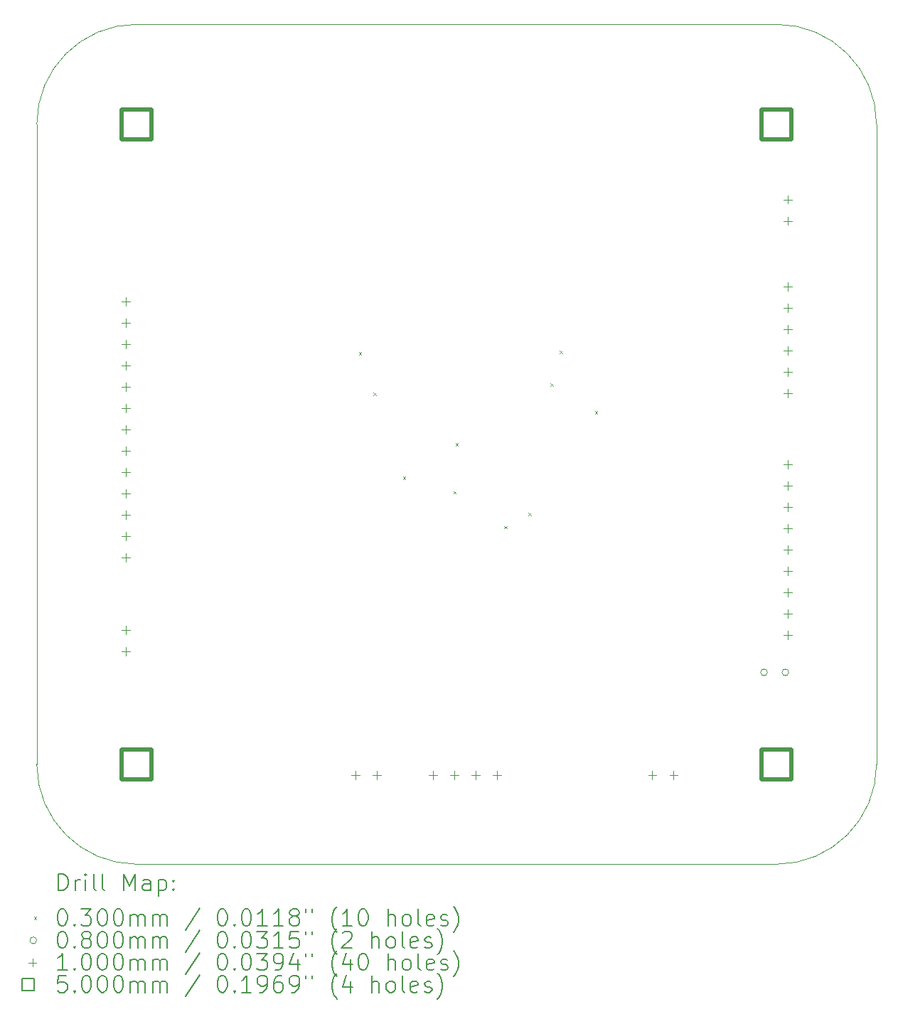
<source format=gbr>
%TF.GenerationSoftware,KiCad,Pcbnew,9.0.0-rc1*%
%TF.CreationDate,2025-01-08T18:27:06+01:00*%
%TF.ProjectId,HBST,48425354-2e6b-4696-9361-645f70636258,rev?*%
%TF.SameCoordinates,Original*%
%TF.FileFunction,Drillmap*%
%TF.FilePolarity,Positive*%
%FSLAX45Y45*%
G04 Gerber Fmt 4.5, Leading zero omitted, Abs format (unit mm)*
G04 Created by KiCad (PCBNEW 9.0.0-rc1) date 2025-01-08 18:27:06*
%MOMM*%
%LPD*%
G01*
G04 APERTURE LIST*
%ADD10C,0.050000*%
%ADD11C,0.200000*%
%ADD12C,0.100000*%
%ADD13C,0.500000*%
G04 APERTURE END LIST*
D10*
X18760000Y-4950000D02*
G75*
G02*
X19950000Y-6140000I0J-1190000D01*
G01*
X18760000Y-4950000D02*
X11140000Y-4950000D01*
X19950000Y-13760000D02*
X19950000Y-6140000D01*
X9950000Y-6140000D02*
G75*
G02*
X11140000Y-4950000I1190000J0D01*
G01*
X9950000Y-6140000D02*
X9950000Y-13760000D01*
X19950000Y-13760000D02*
G75*
G02*
X18760000Y-14950000I-1190000J0D01*
G01*
X11140000Y-14950000D02*
G75*
G02*
X9950000Y-13760000I0J1190000D01*
G01*
X11140000Y-14950000D02*
X18760000Y-14950000D01*
D11*
D12*
X13785000Y-8855000D02*
X13815000Y-8885000D01*
X13815000Y-8855000D02*
X13785000Y-8885000D01*
X13960000Y-9335000D02*
X13990000Y-9365000D01*
X13990000Y-9335000D02*
X13960000Y-9365000D01*
X14310000Y-10335000D02*
X14340000Y-10365000D01*
X14340000Y-10335000D02*
X14310000Y-10365000D01*
X14910000Y-10510000D02*
X14940000Y-10540000D01*
X14940000Y-10510000D02*
X14910000Y-10540000D01*
X14935000Y-9935000D02*
X14965000Y-9965000D01*
X14965000Y-9935000D02*
X14935000Y-9965000D01*
X15515000Y-10925000D02*
X15545000Y-10955000D01*
X15545000Y-10925000D02*
X15515000Y-10955000D01*
X15805000Y-10765000D02*
X15835000Y-10795000D01*
X15835000Y-10765000D02*
X15805000Y-10795000D01*
X16065000Y-9225000D02*
X16095000Y-9255000D01*
X16095000Y-9225000D02*
X16065000Y-9255000D01*
X16175000Y-8835000D02*
X16205000Y-8865000D01*
X16205000Y-8835000D02*
X16175000Y-8865000D01*
X16595000Y-9555000D02*
X16625000Y-9585000D01*
X16625000Y-9555000D02*
X16595000Y-9585000D01*
X18650000Y-12665000D02*
G75*
G02*
X18570000Y-12665000I-40000J0D01*
G01*
X18570000Y-12665000D02*
G75*
G02*
X18650000Y-12665000I40000J0D01*
G01*
X18904000Y-12665000D02*
G75*
G02*
X18824000Y-12665000I-40000J0D01*
G01*
X18824000Y-12665000D02*
G75*
G02*
X18904000Y-12665000I40000J0D01*
G01*
X11010000Y-8200000D02*
X11010000Y-8300000D01*
X10960000Y-8250000D02*
X11060000Y-8250000D01*
X11010000Y-8454000D02*
X11010000Y-8554000D01*
X10960000Y-8504000D02*
X11060000Y-8504000D01*
X11010000Y-8708000D02*
X11010000Y-8808000D01*
X10960000Y-8758000D02*
X11060000Y-8758000D01*
X11010000Y-8962000D02*
X11010000Y-9062000D01*
X10960000Y-9012000D02*
X11060000Y-9012000D01*
X11010000Y-9216000D02*
X11010000Y-9316000D01*
X10960000Y-9266000D02*
X11060000Y-9266000D01*
X11010000Y-9470000D02*
X11010000Y-9570000D01*
X10960000Y-9520000D02*
X11060000Y-9520000D01*
X11010000Y-9724000D02*
X11010000Y-9824000D01*
X10960000Y-9774000D02*
X11060000Y-9774000D01*
X11010000Y-9978000D02*
X11010000Y-10078000D01*
X10960000Y-10028000D02*
X11060000Y-10028000D01*
X11010000Y-10232000D02*
X11010000Y-10332000D01*
X10960000Y-10282000D02*
X11060000Y-10282000D01*
X11010000Y-10486000D02*
X11010000Y-10586000D01*
X10960000Y-10536000D02*
X11060000Y-10536000D01*
X11010000Y-10740000D02*
X11010000Y-10840000D01*
X10960000Y-10790000D02*
X11060000Y-10790000D01*
X11010000Y-10994000D02*
X11010000Y-11094000D01*
X10960000Y-11044000D02*
X11060000Y-11044000D01*
X11010000Y-11248000D02*
X11010000Y-11348000D01*
X10960000Y-11298000D02*
X11060000Y-11298000D01*
X11010000Y-12110000D02*
X11010000Y-12210000D01*
X10960000Y-12160000D02*
X11060000Y-12160000D01*
X11010000Y-12364000D02*
X11010000Y-12464000D01*
X10960000Y-12414000D02*
X11060000Y-12414000D01*
X13746000Y-13840000D02*
X13746000Y-13940000D01*
X13696000Y-13890000D02*
X13796000Y-13890000D01*
X14000000Y-13840000D02*
X14000000Y-13940000D01*
X13950000Y-13890000D02*
X14050000Y-13890000D01*
X14668000Y-13842500D02*
X14668000Y-13942500D01*
X14618000Y-13892500D02*
X14718000Y-13892500D01*
X14922000Y-13842500D02*
X14922000Y-13942500D01*
X14872000Y-13892500D02*
X14972000Y-13892500D01*
X15176000Y-13842500D02*
X15176000Y-13942500D01*
X15126000Y-13892500D02*
X15226000Y-13892500D01*
X15430000Y-13842500D02*
X15430000Y-13942500D01*
X15380000Y-13892500D02*
X15480000Y-13892500D01*
X17280000Y-13840000D02*
X17280000Y-13940000D01*
X17230000Y-13890000D02*
X17330000Y-13890000D01*
X17534000Y-13840000D02*
X17534000Y-13940000D01*
X17484000Y-13890000D02*
X17584000Y-13890000D01*
X18890000Y-10140000D02*
X18890000Y-10240000D01*
X18840000Y-10190000D02*
X18940000Y-10190000D01*
X18890000Y-10394000D02*
X18890000Y-10494000D01*
X18840000Y-10444000D02*
X18940000Y-10444000D01*
X18890000Y-10648000D02*
X18890000Y-10748000D01*
X18840000Y-10698000D02*
X18940000Y-10698000D01*
X18890000Y-10902000D02*
X18890000Y-11002000D01*
X18840000Y-10952000D02*
X18940000Y-10952000D01*
X18890000Y-11156000D02*
X18890000Y-11256000D01*
X18840000Y-11206000D02*
X18940000Y-11206000D01*
X18890000Y-11410000D02*
X18890000Y-11510000D01*
X18840000Y-11460000D02*
X18940000Y-11460000D01*
X18890000Y-11664000D02*
X18890000Y-11764000D01*
X18840000Y-11714000D02*
X18940000Y-11714000D01*
X18890000Y-11918000D02*
X18890000Y-12018000D01*
X18840000Y-11968000D02*
X18940000Y-11968000D01*
X18890000Y-12172000D02*
X18890000Y-12272000D01*
X18840000Y-12222000D02*
X18940000Y-12222000D01*
X18892500Y-6986000D02*
X18892500Y-7086000D01*
X18842500Y-7036000D02*
X18942500Y-7036000D01*
X18892500Y-7240000D02*
X18892500Y-7340000D01*
X18842500Y-7290000D02*
X18942500Y-7290000D01*
X18892500Y-8025000D02*
X18892500Y-8125000D01*
X18842500Y-8075000D02*
X18942500Y-8075000D01*
X18892500Y-8279000D02*
X18892500Y-8379000D01*
X18842500Y-8329000D02*
X18942500Y-8329000D01*
X18892500Y-8533000D02*
X18892500Y-8633000D01*
X18842500Y-8583000D02*
X18942500Y-8583000D01*
X18892500Y-8787000D02*
X18892500Y-8887000D01*
X18842500Y-8837000D02*
X18942500Y-8837000D01*
X18892500Y-9041000D02*
X18892500Y-9141000D01*
X18842500Y-9091000D02*
X18942500Y-9091000D01*
X18892500Y-9295000D02*
X18892500Y-9395000D01*
X18842500Y-9345000D02*
X18942500Y-9345000D01*
D13*
X11316778Y-6316778D02*
X11316778Y-5963222D01*
X10963222Y-5963222D01*
X10963222Y-6316778D01*
X11316778Y-6316778D01*
X11316778Y-13936778D02*
X11316778Y-13583222D01*
X10963222Y-13583222D01*
X10963222Y-13936778D01*
X11316778Y-13936778D01*
X18936778Y-6316778D02*
X18936778Y-5963222D01*
X18583222Y-5963222D01*
X18583222Y-6316778D01*
X18936778Y-6316778D01*
X18936778Y-13936778D02*
X18936778Y-13583222D01*
X18583222Y-13583222D01*
X18583222Y-13936778D01*
X18936778Y-13936778D01*
D11*
X10208277Y-15263984D02*
X10208277Y-15063984D01*
X10208277Y-15063984D02*
X10255896Y-15063984D01*
X10255896Y-15063984D02*
X10284467Y-15073508D01*
X10284467Y-15073508D02*
X10303515Y-15092555D01*
X10303515Y-15092555D02*
X10313039Y-15111603D01*
X10313039Y-15111603D02*
X10322563Y-15149698D01*
X10322563Y-15149698D02*
X10322563Y-15178269D01*
X10322563Y-15178269D02*
X10313039Y-15216365D01*
X10313039Y-15216365D02*
X10303515Y-15235412D01*
X10303515Y-15235412D02*
X10284467Y-15254460D01*
X10284467Y-15254460D02*
X10255896Y-15263984D01*
X10255896Y-15263984D02*
X10208277Y-15263984D01*
X10408277Y-15263984D02*
X10408277Y-15130650D01*
X10408277Y-15168746D02*
X10417801Y-15149698D01*
X10417801Y-15149698D02*
X10427324Y-15140174D01*
X10427324Y-15140174D02*
X10446372Y-15130650D01*
X10446372Y-15130650D02*
X10465420Y-15130650D01*
X10532086Y-15263984D02*
X10532086Y-15130650D01*
X10532086Y-15063984D02*
X10522563Y-15073508D01*
X10522563Y-15073508D02*
X10532086Y-15083031D01*
X10532086Y-15083031D02*
X10541610Y-15073508D01*
X10541610Y-15073508D02*
X10532086Y-15063984D01*
X10532086Y-15063984D02*
X10532086Y-15083031D01*
X10655896Y-15263984D02*
X10636848Y-15254460D01*
X10636848Y-15254460D02*
X10627324Y-15235412D01*
X10627324Y-15235412D02*
X10627324Y-15063984D01*
X10760658Y-15263984D02*
X10741610Y-15254460D01*
X10741610Y-15254460D02*
X10732086Y-15235412D01*
X10732086Y-15235412D02*
X10732086Y-15063984D01*
X10989229Y-15263984D02*
X10989229Y-15063984D01*
X10989229Y-15063984D02*
X11055896Y-15206841D01*
X11055896Y-15206841D02*
X11122563Y-15063984D01*
X11122563Y-15063984D02*
X11122563Y-15263984D01*
X11303515Y-15263984D02*
X11303515Y-15159222D01*
X11303515Y-15159222D02*
X11293991Y-15140174D01*
X11293991Y-15140174D02*
X11274943Y-15130650D01*
X11274943Y-15130650D02*
X11236848Y-15130650D01*
X11236848Y-15130650D02*
X11217801Y-15140174D01*
X11303515Y-15254460D02*
X11284467Y-15263984D01*
X11284467Y-15263984D02*
X11236848Y-15263984D01*
X11236848Y-15263984D02*
X11217801Y-15254460D01*
X11217801Y-15254460D02*
X11208277Y-15235412D01*
X11208277Y-15235412D02*
X11208277Y-15216365D01*
X11208277Y-15216365D02*
X11217801Y-15197317D01*
X11217801Y-15197317D02*
X11236848Y-15187793D01*
X11236848Y-15187793D02*
X11284467Y-15187793D01*
X11284467Y-15187793D02*
X11303515Y-15178269D01*
X11398753Y-15130650D02*
X11398753Y-15330650D01*
X11398753Y-15140174D02*
X11417801Y-15130650D01*
X11417801Y-15130650D02*
X11455896Y-15130650D01*
X11455896Y-15130650D02*
X11474943Y-15140174D01*
X11474943Y-15140174D02*
X11484467Y-15149698D01*
X11484467Y-15149698D02*
X11493991Y-15168746D01*
X11493991Y-15168746D02*
X11493991Y-15225888D01*
X11493991Y-15225888D02*
X11484467Y-15244936D01*
X11484467Y-15244936D02*
X11474943Y-15254460D01*
X11474943Y-15254460D02*
X11455896Y-15263984D01*
X11455896Y-15263984D02*
X11417801Y-15263984D01*
X11417801Y-15263984D02*
X11398753Y-15254460D01*
X11579705Y-15244936D02*
X11589229Y-15254460D01*
X11589229Y-15254460D02*
X11579705Y-15263984D01*
X11579705Y-15263984D02*
X11570182Y-15254460D01*
X11570182Y-15254460D02*
X11579705Y-15244936D01*
X11579705Y-15244936D02*
X11579705Y-15263984D01*
X11579705Y-15140174D02*
X11589229Y-15149698D01*
X11589229Y-15149698D02*
X11579705Y-15159222D01*
X11579705Y-15159222D02*
X11570182Y-15149698D01*
X11570182Y-15149698D02*
X11579705Y-15140174D01*
X11579705Y-15140174D02*
X11579705Y-15159222D01*
D12*
X9917500Y-15577500D02*
X9947500Y-15607500D01*
X9947500Y-15577500D02*
X9917500Y-15607500D01*
D11*
X10246372Y-15483984D02*
X10265420Y-15483984D01*
X10265420Y-15483984D02*
X10284467Y-15493508D01*
X10284467Y-15493508D02*
X10293991Y-15503031D01*
X10293991Y-15503031D02*
X10303515Y-15522079D01*
X10303515Y-15522079D02*
X10313039Y-15560174D01*
X10313039Y-15560174D02*
X10313039Y-15607793D01*
X10313039Y-15607793D02*
X10303515Y-15645888D01*
X10303515Y-15645888D02*
X10293991Y-15664936D01*
X10293991Y-15664936D02*
X10284467Y-15674460D01*
X10284467Y-15674460D02*
X10265420Y-15683984D01*
X10265420Y-15683984D02*
X10246372Y-15683984D01*
X10246372Y-15683984D02*
X10227324Y-15674460D01*
X10227324Y-15674460D02*
X10217801Y-15664936D01*
X10217801Y-15664936D02*
X10208277Y-15645888D01*
X10208277Y-15645888D02*
X10198753Y-15607793D01*
X10198753Y-15607793D02*
X10198753Y-15560174D01*
X10198753Y-15560174D02*
X10208277Y-15522079D01*
X10208277Y-15522079D02*
X10217801Y-15503031D01*
X10217801Y-15503031D02*
X10227324Y-15493508D01*
X10227324Y-15493508D02*
X10246372Y-15483984D01*
X10398753Y-15664936D02*
X10408277Y-15674460D01*
X10408277Y-15674460D02*
X10398753Y-15683984D01*
X10398753Y-15683984D02*
X10389229Y-15674460D01*
X10389229Y-15674460D02*
X10398753Y-15664936D01*
X10398753Y-15664936D02*
X10398753Y-15683984D01*
X10474944Y-15483984D02*
X10598753Y-15483984D01*
X10598753Y-15483984D02*
X10532086Y-15560174D01*
X10532086Y-15560174D02*
X10560658Y-15560174D01*
X10560658Y-15560174D02*
X10579705Y-15569698D01*
X10579705Y-15569698D02*
X10589229Y-15579222D01*
X10589229Y-15579222D02*
X10598753Y-15598269D01*
X10598753Y-15598269D02*
X10598753Y-15645888D01*
X10598753Y-15645888D02*
X10589229Y-15664936D01*
X10589229Y-15664936D02*
X10579705Y-15674460D01*
X10579705Y-15674460D02*
X10560658Y-15683984D01*
X10560658Y-15683984D02*
X10503515Y-15683984D01*
X10503515Y-15683984D02*
X10484467Y-15674460D01*
X10484467Y-15674460D02*
X10474944Y-15664936D01*
X10722563Y-15483984D02*
X10741610Y-15483984D01*
X10741610Y-15483984D02*
X10760658Y-15493508D01*
X10760658Y-15493508D02*
X10770182Y-15503031D01*
X10770182Y-15503031D02*
X10779705Y-15522079D01*
X10779705Y-15522079D02*
X10789229Y-15560174D01*
X10789229Y-15560174D02*
X10789229Y-15607793D01*
X10789229Y-15607793D02*
X10779705Y-15645888D01*
X10779705Y-15645888D02*
X10770182Y-15664936D01*
X10770182Y-15664936D02*
X10760658Y-15674460D01*
X10760658Y-15674460D02*
X10741610Y-15683984D01*
X10741610Y-15683984D02*
X10722563Y-15683984D01*
X10722563Y-15683984D02*
X10703515Y-15674460D01*
X10703515Y-15674460D02*
X10693991Y-15664936D01*
X10693991Y-15664936D02*
X10684467Y-15645888D01*
X10684467Y-15645888D02*
X10674944Y-15607793D01*
X10674944Y-15607793D02*
X10674944Y-15560174D01*
X10674944Y-15560174D02*
X10684467Y-15522079D01*
X10684467Y-15522079D02*
X10693991Y-15503031D01*
X10693991Y-15503031D02*
X10703515Y-15493508D01*
X10703515Y-15493508D02*
X10722563Y-15483984D01*
X10913039Y-15483984D02*
X10932086Y-15483984D01*
X10932086Y-15483984D02*
X10951134Y-15493508D01*
X10951134Y-15493508D02*
X10960658Y-15503031D01*
X10960658Y-15503031D02*
X10970182Y-15522079D01*
X10970182Y-15522079D02*
X10979705Y-15560174D01*
X10979705Y-15560174D02*
X10979705Y-15607793D01*
X10979705Y-15607793D02*
X10970182Y-15645888D01*
X10970182Y-15645888D02*
X10960658Y-15664936D01*
X10960658Y-15664936D02*
X10951134Y-15674460D01*
X10951134Y-15674460D02*
X10932086Y-15683984D01*
X10932086Y-15683984D02*
X10913039Y-15683984D01*
X10913039Y-15683984D02*
X10893991Y-15674460D01*
X10893991Y-15674460D02*
X10884467Y-15664936D01*
X10884467Y-15664936D02*
X10874944Y-15645888D01*
X10874944Y-15645888D02*
X10865420Y-15607793D01*
X10865420Y-15607793D02*
X10865420Y-15560174D01*
X10865420Y-15560174D02*
X10874944Y-15522079D01*
X10874944Y-15522079D02*
X10884467Y-15503031D01*
X10884467Y-15503031D02*
X10893991Y-15493508D01*
X10893991Y-15493508D02*
X10913039Y-15483984D01*
X11065420Y-15683984D02*
X11065420Y-15550650D01*
X11065420Y-15569698D02*
X11074944Y-15560174D01*
X11074944Y-15560174D02*
X11093991Y-15550650D01*
X11093991Y-15550650D02*
X11122563Y-15550650D01*
X11122563Y-15550650D02*
X11141610Y-15560174D01*
X11141610Y-15560174D02*
X11151134Y-15579222D01*
X11151134Y-15579222D02*
X11151134Y-15683984D01*
X11151134Y-15579222D02*
X11160658Y-15560174D01*
X11160658Y-15560174D02*
X11179705Y-15550650D01*
X11179705Y-15550650D02*
X11208277Y-15550650D01*
X11208277Y-15550650D02*
X11227324Y-15560174D01*
X11227324Y-15560174D02*
X11236848Y-15579222D01*
X11236848Y-15579222D02*
X11236848Y-15683984D01*
X11332086Y-15683984D02*
X11332086Y-15550650D01*
X11332086Y-15569698D02*
X11341610Y-15560174D01*
X11341610Y-15560174D02*
X11360658Y-15550650D01*
X11360658Y-15550650D02*
X11389229Y-15550650D01*
X11389229Y-15550650D02*
X11408277Y-15560174D01*
X11408277Y-15560174D02*
X11417801Y-15579222D01*
X11417801Y-15579222D02*
X11417801Y-15683984D01*
X11417801Y-15579222D02*
X11427324Y-15560174D01*
X11427324Y-15560174D02*
X11446372Y-15550650D01*
X11446372Y-15550650D02*
X11474943Y-15550650D01*
X11474943Y-15550650D02*
X11493991Y-15560174D01*
X11493991Y-15560174D02*
X11503515Y-15579222D01*
X11503515Y-15579222D02*
X11503515Y-15683984D01*
X11893991Y-15474460D02*
X11722563Y-15731603D01*
X12151134Y-15483984D02*
X12170182Y-15483984D01*
X12170182Y-15483984D02*
X12189229Y-15493508D01*
X12189229Y-15493508D02*
X12198753Y-15503031D01*
X12198753Y-15503031D02*
X12208277Y-15522079D01*
X12208277Y-15522079D02*
X12217801Y-15560174D01*
X12217801Y-15560174D02*
X12217801Y-15607793D01*
X12217801Y-15607793D02*
X12208277Y-15645888D01*
X12208277Y-15645888D02*
X12198753Y-15664936D01*
X12198753Y-15664936D02*
X12189229Y-15674460D01*
X12189229Y-15674460D02*
X12170182Y-15683984D01*
X12170182Y-15683984D02*
X12151134Y-15683984D01*
X12151134Y-15683984D02*
X12132086Y-15674460D01*
X12132086Y-15674460D02*
X12122563Y-15664936D01*
X12122563Y-15664936D02*
X12113039Y-15645888D01*
X12113039Y-15645888D02*
X12103515Y-15607793D01*
X12103515Y-15607793D02*
X12103515Y-15560174D01*
X12103515Y-15560174D02*
X12113039Y-15522079D01*
X12113039Y-15522079D02*
X12122563Y-15503031D01*
X12122563Y-15503031D02*
X12132086Y-15493508D01*
X12132086Y-15493508D02*
X12151134Y-15483984D01*
X12303515Y-15664936D02*
X12313039Y-15674460D01*
X12313039Y-15674460D02*
X12303515Y-15683984D01*
X12303515Y-15683984D02*
X12293991Y-15674460D01*
X12293991Y-15674460D02*
X12303515Y-15664936D01*
X12303515Y-15664936D02*
X12303515Y-15683984D01*
X12436848Y-15483984D02*
X12455896Y-15483984D01*
X12455896Y-15483984D02*
X12474944Y-15493508D01*
X12474944Y-15493508D02*
X12484467Y-15503031D01*
X12484467Y-15503031D02*
X12493991Y-15522079D01*
X12493991Y-15522079D02*
X12503515Y-15560174D01*
X12503515Y-15560174D02*
X12503515Y-15607793D01*
X12503515Y-15607793D02*
X12493991Y-15645888D01*
X12493991Y-15645888D02*
X12484467Y-15664936D01*
X12484467Y-15664936D02*
X12474944Y-15674460D01*
X12474944Y-15674460D02*
X12455896Y-15683984D01*
X12455896Y-15683984D02*
X12436848Y-15683984D01*
X12436848Y-15683984D02*
X12417801Y-15674460D01*
X12417801Y-15674460D02*
X12408277Y-15664936D01*
X12408277Y-15664936D02*
X12398753Y-15645888D01*
X12398753Y-15645888D02*
X12389229Y-15607793D01*
X12389229Y-15607793D02*
X12389229Y-15560174D01*
X12389229Y-15560174D02*
X12398753Y-15522079D01*
X12398753Y-15522079D02*
X12408277Y-15503031D01*
X12408277Y-15503031D02*
X12417801Y-15493508D01*
X12417801Y-15493508D02*
X12436848Y-15483984D01*
X12693991Y-15683984D02*
X12579706Y-15683984D01*
X12636848Y-15683984D02*
X12636848Y-15483984D01*
X12636848Y-15483984D02*
X12617801Y-15512555D01*
X12617801Y-15512555D02*
X12598753Y-15531603D01*
X12598753Y-15531603D02*
X12579706Y-15541127D01*
X12884467Y-15683984D02*
X12770182Y-15683984D01*
X12827325Y-15683984D02*
X12827325Y-15483984D01*
X12827325Y-15483984D02*
X12808277Y-15512555D01*
X12808277Y-15512555D02*
X12789229Y-15531603D01*
X12789229Y-15531603D02*
X12770182Y-15541127D01*
X12998753Y-15569698D02*
X12979706Y-15560174D01*
X12979706Y-15560174D02*
X12970182Y-15550650D01*
X12970182Y-15550650D02*
X12960658Y-15531603D01*
X12960658Y-15531603D02*
X12960658Y-15522079D01*
X12960658Y-15522079D02*
X12970182Y-15503031D01*
X12970182Y-15503031D02*
X12979706Y-15493508D01*
X12979706Y-15493508D02*
X12998753Y-15483984D01*
X12998753Y-15483984D02*
X13036848Y-15483984D01*
X13036848Y-15483984D02*
X13055896Y-15493508D01*
X13055896Y-15493508D02*
X13065420Y-15503031D01*
X13065420Y-15503031D02*
X13074944Y-15522079D01*
X13074944Y-15522079D02*
X13074944Y-15531603D01*
X13074944Y-15531603D02*
X13065420Y-15550650D01*
X13065420Y-15550650D02*
X13055896Y-15560174D01*
X13055896Y-15560174D02*
X13036848Y-15569698D01*
X13036848Y-15569698D02*
X12998753Y-15569698D01*
X12998753Y-15569698D02*
X12979706Y-15579222D01*
X12979706Y-15579222D02*
X12970182Y-15588746D01*
X12970182Y-15588746D02*
X12960658Y-15607793D01*
X12960658Y-15607793D02*
X12960658Y-15645888D01*
X12960658Y-15645888D02*
X12970182Y-15664936D01*
X12970182Y-15664936D02*
X12979706Y-15674460D01*
X12979706Y-15674460D02*
X12998753Y-15683984D01*
X12998753Y-15683984D02*
X13036848Y-15683984D01*
X13036848Y-15683984D02*
X13055896Y-15674460D01*
X13055896Y-15674460D02*
X13065420Y-15664936D01*
X13065420Y-15664936D02*
X13074944Y-15645888D01*
X13074944Y-15645888D02*
X13074944Y-15607793D01*
X13074944Y-15607793D02*
X13065420Y-15588746D01*
X13065420Y-15588746D02*
X13055896Y-15579222D01*
X13055896Y-15579222D02*
X13036848Y-15569698D01*
X13151134Y-15483984D02*
X13151134Y-15522079D01*
X13227325Y-15483984D02*
X13227325Y-15522079D01*
X13522563Y-15760174D02*
X13513039Y-15750650D01*
X13513039Y-15750650D02*
X13493991Y-15722079D01*
X13493991Y-15722079D02*
X13484468Y-15703031D01*
X13484468Y-15703031D02*
X13474944Y-15674460D01*
X13474944Y-15674460D02*
X13465420Y-15626841D01*
X13465420Y-15626841D02*
X13465420Y-15588746D01*
X13465420Y-15588746D02*
X13474944Y-15541127D01*
X13474944Y-15541127D02*
X13484468Y-15512555D01*
X13484468Y-15512555D02*
X13493991Y-15493508D01*
X13493991Y-15493508D02*
X13513039Y-15464936D01*
X13513039Y-15464936D02*
X13522563Y-15455412D01*
X13703515Y-15683984D02*
X13589229Y-15683984D01*
X13646372Y-15683984D02*
X13646372Y-15483984D01*
X13646372Y-15483984D02*
X13627325Y-15512555D01*
X13627325Y-15512555D02*
X13608277Y-15531603D01*
X13608277Y-15531603D02*
X13589229Y-15541127D01*
X13827325Y-15483984D02*
X13846372Y-15483984D01*
X13846372Y-15483984D02*
X13865420Y-15493508D01*
X13865420Y-15493508D02*
X13874944Y-15503031D01*
X13874944Y-15503031D02*
X13884468Y-15522079D01*
X13884468Y-15522079D02*
X13893991Y-15560174D01*
X13893991Y-15560174D02*
X13893991Y-15607793D01*
X13893991Y-15607793D02*
X13884468Y-15645888D01*
X13884468Y-15645888D02*
X13874944Y-15664936D01*
X13874944Y-15664936D02*
X13865420Y-15674460D01*
X13865420Y-15674460D02*
X13846372Y-15683984D01*
X13846372Y-15683984D02*
X13827325Y-15683984D01*
X13827325Y-15683984D02*
X13808277Y-15674460D01*
X13808277Y-15674460D02*
X13798753Y-15664936D01*
X13798753Y-15664936D02*
X13789229Y-15645888D01*
X13789229Y-15645888D02*
X13779706Y-15607793D01*
X13779706Y-15607793D02*
X13779706Y-15560174D01*
X13779706Y-15560174D02*
X13789229Y-15522079D01*
X13789229Y-15522079D02*
X13798753Y-15503031D01*
X13798753Y-15503031D02*
X13808277Y-15493508D01*
X13808277Y-15493508D02*
X13827325Y-15483984D01*
X14132087Y-15683984D02*
X14132087Y-15483984D01*
X14217801Y-15683984D02*
X14217801Y-15579222D01*
X14217801Y-15579222D02*
X14208277Y-15560174D01*
X14208277Y-15560174D02*
X14189230Y-15550650D01*
X14189230Y-15550650D02*
X14160658Y-15550650D01*
X14160658Y-15550650D02*
X14141610Y-15560174D01*
X14141610Y-15560174D02*
X14132087Y-15569698D01*
X14341610Y-15683984D02*
X14322563Y-15674460D01*
X14322563Y-15674460D02*
X14313039Y-15664936D01*
X14313039Y-15664936D02*
X14303515Y-15645888D01*
X14303515Y-15645888D02*
X14303515Y-15588746D01*
X14303515Y-15588746D02*
X14313039Y-15569698D01*
X14313039Y-15569698D02*
X14322563Y-15560174D01*
X14322563Y-15560174D02*
X14341610Y-15550650D01*
X14341610Y-15550650D02*
X14370182Y-15550650D01*
X14370182Y-15550650D02*
X14389230Y-15560174D01*
X14389230Y-15560174D02*
X14398753Y-15569698D01*
X14398753Y-15569698D02*
X14408277Y-15588746D01*
X14408277Y-15588746D02*
X14408277Y-15645888D01*
X14408277Y-15645888D02*
X14398753Y-15664936D01*
X14398753Y-15664936D02*
X14389230Y-15674460D01*
X14389230Y-15674460D02*
X14370182Y-15683984D01*
X14370182Y-15683984D02*
X14341610Y-15683984D01*
X14522563Y-15683984D02*
X14503515Y-15674460D01*
X14503515Y-15674460D02*
X14493991Y-15655412D01*
X14493991Y-15655412D02*
X14493991Y-15483984D01*
X14674944Y-15674460D02*
X14655896Y-15683984D01*
X14655896Y-15683984D02*
X14617801Y-15683984D01*
X14617801Y-15683984D02*
X14598753Y-15674460D01*
X14598753Y-15674460D02*
X14589230Y-15655412D01*
X14589230Y-15655412D02*
X14589230Y-15579222D01*
X14589230Y-15579222D02*
X14598753Y-15560174D01*
X14598753Y-15560174D02*
X14617801Y-15550650D01*
X14617801Y-15550650D02*
X14655896Y-15550650D01*
X14655896Y-15550650D02*
X14674944Y-15560174D01*
X14674944Y-15560174D02*
X14684468Y-15579222D01*
X14684468Y-15579222D02*
X14684468Y-15598269D01*
X14684468Y-15598269D02*
X14589230Y-15617317D01*
X14760658Y-15674460D02*
X14779706Y-15683984D01*
X14779706Y-15683984D02*
X14817801Y-15683984D01*
X14817801Y-15683984D02*
X14836849Y-15674460D01*
X14836849Y-15674460D02*
X14846372Y-15655412D01*
X14846372Y-15655412D02*
X14846372Y-15645888D01*
X14846372Y-15645888D02*
X14836849Y-15626841D01*
X14836849Y-15626841D02*
X14817801Y-15617317D01*
X14817801Y-15617317D02*
X14789230Y-15617317D01*
X14789230Y-15617317D02*
X14770182Y-15607793D01*
X14770182Y-15607793D02*
X14760658Y-15588746D01*
X14760658Y-15588746D02*
X14760658Y-15579222D01*
X14760658Y-15579222D02*
X14770182Y-15560174D01*
X14770182Y-15560174D02*
X14789230Y-15550650D01*
X14789230Y-15550650D02*
X14817801Y-15550650D01*
X14817801Y-15550650D02*
X14836849Y-15560174D01*
X14913039Y-15760174D02*
X14922563Y-15750650D01*
X14922563Y-15750650D02*
X14941611Y-15722079D01*
X14941611Y-15722079D02*
X14951134Y-15703031D01*
X14951134Y-15703031D02*
X14960658Y-15674460D01*
X14960658Y-15674460D02*
X14970182Y-15626841D01*
X14970182Y-15626841D02*
X14970182Y-15588746D01*
X14970182Y-15588746D02*
X14960658Y-15541127D01*
X14960658Y-15541127D02*
X14951134Y-15512555D01*
X14951134Y-15512555D02*
X14941611Y-15493508D01*
X14941611Y-15493508D02*
X14922563Y-15464936D01*
X14922563Y-15464936D02*
X14913039Y-15455412D01*
D12*
X9947500Y-15856500D02*
G75*
G02*
X9867500Y-15856500I-40000J0D01*
G01*
X9867500Y-15856500D02*
G75*
G02*
X9947500Y-15856500I40000J0D01*
G01*
D11*
X10246372Y-15747984D02*
X10265420Y-15747984D01*
X10265420Y-15747984D02*
X10284467Y-15757508D01*
X10284467Y-15757508D02*
X10293991Y-15767031D01*
X10293991Y-15767031D02*
X10303515Y-15786079D01*
X10303515Y-15786079D02*
X10313039Y-15824174D01*
X10313039Y-15824174D02*
X10313039Y-15871793D01*
X10313039Y-15871793D02*
X10303515Y-15909888D01*
X10303515Y-15909888D02*
X10293991Y-15928936D01*
X10293991Y-15928936D02*
X10284467Y-15938460D01*
X10284467Y-15938460D02*
X10265420Y-15947984D01*
X10265420Y-15947984D02*
X10246372Y-15947984D01*
X10246372Y-15947984D02*
X10227324Y-15938460D01*
X10227324Y-15938460D02*
X10217801Y-15928936D01*
X10217801Y-15928936D02*
X10208277Y-15909888D01*
X10208277Y-15909888D02*
X10198753Y-15871793D01*
X10198753Y-15871793D02*
X10198753Y-15824174D01*
X10198753Y-15824174D02*
X10208277Y-15786079D01*
X10208277Y-15786079D02*
X10217801Y-15767031D01*
X10217801Y-15767031D02*
X10227324Y-15757508D01*
X10227324Y-15757508D02*
X10246372Y-15747984D01*
X10398753Y-15928936D02*
X10408277Y-15938460D01*
X10408277Y-15938460D02*
X10398753Y-15947984D01*
X10398753Y-15947984D02*
X10389229Y-15938460D01*
X10389229Y-15938460D02*
X10398753Y-15928936D01*
X10398753Y-15928936D02*
X10398753Y-15947984D01*
X10522563Y-15833698D02*
X10503515Y-15824174D01*
X10503515Y-15824174D02*
X10493991Y-15814650D01*
X10493991Y-15814650D02*
X10484467Y-15795603D01*
X10484467Y-15795603D02*
X10484467Y-15786079D01*
X10484467Y-15786079D02*
X10493991Y-15767031D01*
X10493991Y-15767031D02*
X10503515Y-15757508D01*
X10503515Y-15757508D02*
X10522563Y-15747984D01*
X10522563Y-15747984D02*
X10560658Y-15747984D01*
X10560658Y-15747984D02*
X10579705Y-15757508D01*
X10579705Y-15757508D02*
X10589229Y-15767031D01*
X10589229Y-15767031D02*
X10598753Y-15786079D01*
X10598753Y-15786079D02*
X10598753Y-15795603D01*
X10598753Y-15795603D02*
X10589229Y-15814650D01*
X10589229Y-15814650D02*
X10579705Y-15824174D01*
X10579705Y-15824174D02*
X10560658Y-15833698D01*
X10560658Y-15833698D02*
X10522563Y-15833698D01*
X10522563Y-15833698D02*
X10503515Y-15843222D01*
X10503515Y-15843222D02*
X10493991Y-15852746D01*
X10493991Y-15852746D02*
X10484467Y-15871793D01*
X10484467Y-15871793D02*
X10484467Y-15909888D01*
X10484467Y-15909888D02*
X10493991Y-15928936D01*
X10493991Y-15928936D02*
X10503515Y-15938460D01*
X10503515Y-15938460D02*
X10522563Y-15947984D01*
X10522563Y-15947984D02*
X10560658Y-15947984D01*
X10560658Y-15947984D02*
X10579705Y-15938460D01*
X10579705Y-15938460D02*
X10589229Y-15928936D01*
X10589229Y-15928936D02*
X10598753Y-15909888D01*
X10598753Y-15909888D02*
X10598753Y-15871793D01*
X10598753Y-15871793D02*
X10589229Y-15852746D01*
X10589229Y-15852746D02*
X10579705Y-15843222D01*
X10579705Y-15843222D02*
X10560658Y-15833698D01*
X10722563Y-15747984D02*
X10741610Y-15747984D01*
X10741610Y-15747984D02*
X10760658Y-15757508D01*
X10760658Y-15757508D02*
X10770182Y-15767031D01*
X10770182Y-15767031D02*
X10779705Y-15786079D01*
X10779705Y-15786079D02*
X10789229Y-15824174D01*
X10789229Y-15824174D02*
X10789229Y-15871793D01*
X10789229Y-15871793D02*
X10779705Y-15909888D01*
X10779705Y-15909888D02*
X10770182Y-15928936D01*
X10770182Y-15928936D02*
X10760658Y-15938460D01*
X10760658Y-15938460D02*
X10741610Y-15947984D01*
X10741610Y-15947984D02*
X10722563Y-15947984D01*
X10722563Y-15947984D02*
X10703515Y-15938460D01*
X10703515Y-15938460D02*
X10693991Y-15928936D01*
X10693991Y-15928936D02*
X10684467Y-15909888D01*
X10684467Y-15909888D02*
X10674944Y-15871793D01*
X10674944Y-15871793D02*
X10674944Y-15824174D01*
X10674944Y-15824174D02*
X10684467Y-15786079D01*
X10684467Y-15786079D02*
X10693991Y-15767031D01*
X10693991Y-15767031D02*
X10703515Y-15757508D01*
X10703515Y-15757508D02*
X10722563Y-15747984D01*
X10913039Y-15747984D02*
X10932086Y-15747984D01*
X10932086Y-15747984D02*
X10951134Y-15757508D01*
X10951134Y-15757508D02*
X10960658Y-15767031D01*
X10960658Y-15767031D02*
X10970182Y-15786079D01*
X10970182Y-15786079D02*
X10979705Y-15824174D01*
X10979705Y-15824174D02*
X10979705Y-15871793D01*
X10979705Y-15871793D02*
X10970182Y-15909888D01*
X10970182Y-15909888D02*
X10960658Y-15928936D01*
X10960658Y-15928936D02*
X10951134Y-15938460D01*
X10951134Y-15938460D02*
X10932086Y-15947984D01*
X10932086Y-15947984D02*
X10913039Y-15947984D01*
X10913039Y-15947984D02*
X10893991Y-15938460D01*
X10893991Y-15938460D02*
X10884467Y-15928936D01*
X10884467Y-15928936D02*
X10874944Y-15909888D01*
X10874944Y-15909888D02*
X10865420Y-15871793D01*
X10865420Y-15871793D02*
X10865420Y-15824174D01*
X10865420Y-15824174D02*
X10874944Y-15786079D01*
X10874944Y-15786079D02*
X10884467Y-15767031D01*
X10884467Y-15767031D02*
X10893991Y-15757508D01*
X10893991Y-15757508D02*
X10913039Y-15747984D01*
X11065420Y-15947984D02*
X11065420Y-15814650D01*
X11065420Y-15833698D02*
X11074944Y-15824174D01*
X11074944Y-15824174D02*
X11093991Y-15814650D01*
X11093991Y-15814650D02*
X11122563Y-15814650D01*
X11122563Y-15814650D02*
X11141610Y-15824174D01*
X11141610Y-15824174D02*
X11151134Y-15843222D01*
X11151134Y-15843222D02*
X11151134Y-15947984D01*
X11151134Y-15843222D02*
X11160658Y-15824174D01*
X11160658Y-15824174D02*
X11179705Y-15814650D01*
X11179705Y-15814650D02*
X11208277Y-15814650D01*
X11208277Y-15814650D02*
X11227324Y-15824174D01*
X11227324Y-15824174D02*
X11236848Y-15843222D01*
X11236848Y-15843222D02*
X11236848Y-15947984D01*
X11332086Y-15947984D02*
X11332086Y-15814650D01*
X11332086Y-15833698D02*
X11341610Y-15824174D01*
X11341610Y-15824174D02*
X11360658Y-15814650D01*
X11360658Y-15814650D02*
X11389229Y-15814650D01*
X11389229Y-15814650D02*
X11408277Y-15824174D01*
X11408277Y-15824174D02*
X11417801Y-15843222D01*
X11417801Y-15843222D02*
X11417801Y-15947984D01*
X11417801Y-15843222D02*
X11427324Y-15824174D01*
X11427324Y-15824174D02*
X11446372Y-15814650D01*
X11446372Y-15814650D02*
X11474943Y-15814650D01*
X11474943Y-15814650D02*
X11493991Y-15824174D01*
X11493991Y-15824174D02*
X11503515Y-15843222D01*
X11503515Y-15843222D02*
X11503515Y-15947984D01*
X11893991Y-15738460D02*
X11722563Y-15995603D01*
X12151134Y-15747984D02*
X12170182Y-15747984D01*
X12170182Y-15747984D02*
X12189229Y-15757508D01*
X12189229Y-15757508D02*
X12198753Y-15767031D01*
X12198753Y-15767031D02*
X12208277Y-15786079D01*
X12208277Y-15786079D02*
X12217801Y-15824174D01*
X12217801Y-15824174D02*
X12217801Y-15871793D01*
X12217801Y-15871793D02*
X12208277Y-15909888D01*
X12208277Y-15909888D02*
X12198753Y-15928936D01*
X12198753Y-15928936D02*
X12189229Y-15938460D01*
X12189229Y-15938460D02*
X12170182Y-15947984D01*
X12170182Y-15947984D02*
X12151134Y-15947984D01*
X12151134Y-15947984D02*
X12132086Y-15938460D01*
X12132086Y-15938460D02*
X12122563Y-15928936D01*
X12122563Y-15928936D02*
X12113039Y-15909888D01*
X12113039Y-15909888D02*
X12103515Y-15871793D01*
X12103515Y-15871793D02*
X12103515Y-15824174D01*
X12103515Y-15824174D02*
X12113039Y-15786079D01*
X12113039Y-15786079D02*
X12122563Y-15767031D01*
X12122563Y-15767031D02*
X12132086Y-15757508D01*
X12132086Y-15757508D02*
X12151134Y-15747984D01*
X12303515Y-15928936D02*
X12313039Y-15938460D01*
X12313039Y-15938460D02*
X12303515Y-15947984D01*
X12303515Y-15947984D02*
X12293991Y-15938460D01*
X12293991Y-15938460D02*
X12303515Y-15928936D01*
X12303515Y-15928936D02*
X12303515Y-15947984D01*
X12436848Y-15747984D02*
X12455896Y-15747984D01*
X12455896Y-15747984D02*
X12474944Y-15757508D01*
X12474944Y-15757508D02*
X12484467Y-15767031D01*
X12484467Y-15767031D02*
X12493991Y-15786079D01*
X12493991Y-15786079D02*
X12503515Y-15824174D01*
X12503515Y-15824174D02*
X12503515Y-15871793D01*
X12503515Y-15871793D02*
X12493991Y-15909888D01*
X12493991Y-15909888D02*
X12484467Y-15928936D01*
X12484467Y-15928936D02*
X12474944Y-15938460D01*
X12474944Y-15938460D02*
X12455896Y-15947984D01*
X12455896Y-15947984D02*
X12436848Y-15947984D01*
X12436848Y-15947984D02*
X12417801Y-15938460D01*
X12417801Y-15938460D02*
X12408277Y-15928936D01*
X12408277Y-15928936D02*
X12398753Y-15909888D01*
X12398753Y-15909888D02*
X12389229Y-15871793D01*
X12389229Y-15871793D02*
X12389229Y-15824174D01*
X12389229Y-15824174D02*
X12398753Y-15786079D01*
X12398753Y-15786079D02*
X12408277Y-15767031D01*
X12408277Y-15767031D02*
X12417801Y-15757508D01*
X12417801Y-15757508D02*
X12436848Y-15747984D01*
X12570182Y-15747984D02*
X12693991Y-15747984D01*
X12693991Y-15747984D02*
X12627325Y-15824174D01*
X12627325Y-15824174D02*
X12655896Y-15824174D01*
X12655896Y-15824174D02*
X12674944Y-15833698D01*
X12674944Y-15833698D02*
X12684467Y-15843222D01*
X12684467Y-15843222D02*
X12693991Y-15862269D01*
X12693991Y-15862269D02*
X12693991Y-15909888D01*
X12693991Y-15909888D02*
X12684467Y-15928936D01*
X12684467Y-15928936D02*
X12674944Y-15938460D01*
X12674944Y-15938460D02*
X12655896Y-15947984D01*
X12655896Y-15947984D02*
X12598753Y-15947984D01*
X12598753Y-15947984D02*
X12579706Y-15938460D01*
X12579706Y-15938460D02*
X12570182Y-15928936D01*
X12884467Y-15947984D02*
X12770182Y-15947984D01*
X12827325Y-15947984D02*
X12827325Y-15747984D01*
X12827325Y-15747984D02*
X12808277Y-15776555D01*
X12808277Y-15776555D02*
X12789229Y-15795603D01*
X12789229Y-15795603D02*
X12770182Y-15805127D01*
X13065420Y-15747984D02*
X12970182Y-15747984D01*
X12970182Y-15747984D02*
X12960658Y-15843222D01*
X12960658Y-15843222D02*
X12970182Y-15833698D01*
X12970182Y-15833698D02*
X12989229Y-15824174D01*
X12989229Y-15824174D02*
X13036848Y-15824174D01*
X13036848Y-15824174D02*
X13055896Y-15833698D01*
X13055896Y-15833698D02*
X13065420Y-15843222D01*
X13065420Y-15843222D02*
X13074944Y-15862269D01*
X13074944Y-15862269D02*
X13074944Y-15909888D01*
X13074944Y-15909888D02*
X13065420Y-15928936D01*
X13065420Y-15928936D02*
X13055896Y-15938460D01*
X13055896Y-15938460D02*
X13036848Y-15947984D01*
X13036848Y-15947984D02*
X12989229Y-15947984D01*
X12989229Y-15947984D02*
X12970182Y-15938460D01*
X12970182Y-15938460D02*
X12960658Y-15928936D01*
X13151134Y-15747984D02*
X13151134Y-15786079D01*
X13227325Y-15747984D02*
X13227325Y-15786079D01*
X13522563Y-16024174D02*
X13513039Y-16014650D01*
X13513039Y-16014650D02*
X13493991Y-15986079D01*
X13493991Y-15986079D02*
X13484468Y-15967031D01*
X13484468Y-15967031D02*
X13474944Y-15938460D01*
X13474944Y-15938460D02*
X13465420Y-15890841D01*
X13465420Y-15890841D02*
X13465420Y-15852746D01*
X13465420Y-15852746D02*
X13474944Y-15805127D01*
X13474944Y-15805127D02*
X13484468Y-15776555D01*
X13484468Y-15776555D02*
X13493991Y-15757508D01*
X13493991Y-15757508D02*
X13513039Y-15728936D01*
X13513039Y-15728936D02*
X13522563Y-15719412D01*
X13589229Y-15767031D02*
X13598753Y-15757508D01*
X13598753Y-15757508D02*
X13617801Y-15747984D01*
X13617801Y-15747984D02*
X13665420Y-15747984D01*
X13665420Y-15747984D02*
X13684468Y-15757508D01*
X13684468Y-15757508D02*
X13693991Y-15767031D01*
X13693991Y-15767031D02*
X13703515Y-15786079D01*
X13703515Y-15786079D02*
X13703515Y-15805127D01*
X13703515Y-15805127D02*
X13693991Y-15833698D01*
X13693991Y-15833698D02*
X13579706Y-15947984D01*
X13579706Y-15947984D02*
X13703515Y-15947984D01*
X13941610Y-15947984D02*
X13941610Y-15747984D01*
X14027325Y-15947984D02*
X14027325Y-15843222D01*
X14027325Y-15843222D02*
X14017801Y-15824174D01*
X14017801Y-15824174D02*
X13998753Y-15814650D01*
X13998753Y-15814650D02*
X13970182Y-15814650D01*
X13970182Y-15814650D02*
X13951134Y-15824174D01*
X13951134Y-15824174D02*
X13941610Y-15833698D01*
X14151134Y-15947984D02*
X14132087Y-15938460D01*
X14132087Y-15938460D02*
X14122563Y-15928936D01*
X14122563Y-15928936D02*
X14113039Y-15909888D01*
X14113039Y-15909888D02*
X14113039Y-15852746D01*
X14113039Y-15852746D02*
X14122563Y-15833698D01*
X14122563Y-15833698D02*
X14132087Y-15824174D01*
X14132087Y-15824174D02*
X14151134Y-15814650D01*
X14151134Y-15814650D02*
X14179706Y-15814650D01*
X14179706Y-15814650D02*
X14198753Y-15824174D01*
X14198753Y-15824174D02*
X14208277Y-15833698D01*
X14208277Y-15833698D02*
X14217801Y-15852746D01*
X14217801Y-15852746D02*
X14217801Y-15909888D01*
X14217801Y-15909888D02*
X14208277Y-15928936D01*
X14208277Y-15928936D02*
X14198753Y-15938460D01*
X14198753Y-15938460D02*
X14179706Y-15947984D01*
X14179706Y-15947984D02*
X14151134Y-15947984D01*
X14332087Y-15947984D02*
X14313039Y-15938460D01*
X14313039Y-15938460D02*
X14303515Y-15919412D01*
X14303515Y-15919412D02*
X14303515Y-15747984D01*
X14484468Y-15938460D02*
X14465420Y-15947984D01*
X14465420Y-15947984D02*
X14427325Y-15947984D01*
X14427325Y-15947984D02*
X14408277Y-15938460D01*
X14408277Y-15938460D02*
X14398753Y-15919412D01*
X14398753Y-15919412D02*
X14398753Y-15843222D01*
X14398753Y-15843222D02*
X14408277Y-15824174D01*
X14408277Y-15824174D02*
X14427325Y-15814650D01*
X14427325Y-15814650D02*
X14465420Y-15814650D01*
X14465420Y-15814650D02*
X14484468Y-15824174D01*
X14484468Y-15824174D02*
X14493991Y-15843222D01*
X14493991Y-15843222D02*
X14493991Y-15862269D01*
X14493991Y-15862269D02*
X14398753Y-15881317D01*
X14570182Y-15938460D02*
X14589230Y-15947984D01*
X14589230Y-15947984D02*
X14627325Y-15947984D01*
X14627325Y-15947984D02*
X14646372Y-15938460D01*
X14646372Y-15938460D02*
X14655896Y-15919412D01*
X14655896Y-15919412D02*
X14655896Y-15909888D01*
X14655896Y-15909888D02*
X14646372Y-15890841D01*
X14646372Y-15890841D02*
X14627325Y-15881317D01*
X14627325Y-15881317D02*
X14598753Y-15881317D01*
X14598753Y-15881317D02*
X14579706Y-15871793D01*
X14579706Y-15871793D02*
X14570182Y-15852746D01*
X14570182Y-15852746D02*
X14570182Y-15843222D01*
X14570182Y-15843222D02*
X14579706Y-15824174D01*
X14579706Y-15824174D02*
X14598753Y-15814650D01*
X14598753Y-15814650D02*
X14627325Y-15814650D01*
X14627325Y-15814650D02*
X14646372Y-15824174D01*
X14722563Y-16024174D02*
X14732087Y-16014650D01*
X14732087Y-16014650D02*
X14751134Y-15986079D01*
X14751134Y-15986079D02*
X14760658Y-15967031D01*
X14760658Y-15967031D02*
X14770182Y-15938460D01*
X14770182Y-15938460D02*
X14779706Y-15890841D01*
X14779706Y-15890841D02*
X14779706Y-15852746D01*
X14779706Y-15852746D02*
X14770182Y-15805127D01*
X14770182Y-15805127D02*
X14760658Y-15776555D01*
X14760658Y-15776555D02*
X14751134Y-15757508D01*
X14751134Y-15757508D02*
X14732087Y-15728936D01*
X14732087Y-15728936D02*
X14722563Y-15719412D01*
D12*
X9897500Y-16070500D02*
X9897500Y-16170500D01*
X9847500Y-16120500D02*
X9947500Y-16120500D01*
D11*
X10313039Y-16211984D02*
X10198753Y-16211984D01*
X10255896Y-16211984D02*
X10255896Y-16011984D01*
X10255896Y-16011984D02*
X10236848Y-16040555D01*
X10236848Y-16040555D02*
X10217801Y-16059603D01*
X10217801Y-16059603D02*
X10198753Y-16069127D01*
X10398753Y-16192936D02*
X10408277Y-16202460D01*
X10408277Y-16202460D02*
X10398753Y-16211984D01*
X10398753Y-16211984D02*
X10389229Y-16202460D01*
X10389229Y-16202460D02*
X10398753Y-16192936D01*
X10398753Y-16192936D02*
X10398753Y-16211984D01*
X10532086Y-16011984D02*
X10551134Y-16011984D01*
X10551134Y-16011984D02*
X10570182Y-16021508D01*
X10570182Y-16021508D02*
X10579705Y-16031031D01*
X10579705Y-16031031D02*
X10589229Y-16050079D01*
X10589229Y-16050079D02*
X10598753Y-16088174D01*
X10598753Y-16088174D02*
X10598753Y-16135793D01*
X10598753Y-16135793D02*
X10589229Y-16173888D01*
X10589229Y-16173888D02*
X10579705Y-16192936D01*
X10579705Y-16192936D02*
X10570182Y-16202460D01*
X10570182Y-16202460D02*
X10551134Y-16211984D01*
X10551134Y-16211984D02*
X10532086Y-16211984D01*
X10532086Y-16211984D02*
X10513039Y-16202460D01*
X10513039Y-16202460D02*
X10503515Y-16192936D01*
X10503515Y-16192936D02*
X10493991Y-16173888D01*
X10493991Y-16173888D02*
X10484467Y-16135793D01*
X10484467Y-16135793D02*
X10484467Y-16088174D01*
X10484467Y-16088174D02*
X10493991Y-16050079D01*
X10493991Y-16050079D02*
X10503515Y-16031031D01*
X10503515Y-16031031D02*
X10513039Y-16021508D01*
X10513039Y-16021508D02*
X10532086Y-16011984D01*
X10722563Y-16011984D02*
X10741610Y-16011984D01*
X10741610Y-16011984D02*
X10760658Y-16021508D01*
X10760658Y-16021508D02*
X10770182Y-16031031D01*
X10770182Y-16031031D02*
X10779705Y-16050079D01*
X10779705Y-16050079D02*
X10789229Y-16088174D01*
X10789229Y-16088174D02*
X10789229Y-16135793D01*
X10789229Y-16135793D02*
X10779705Y-16173888D01*
X10779705Y-16173888D02*
X10770182Y-16192936D01*
X10770182Y-16192936D02*
X10760658Y-16202460D01*
X10760658Y-16202460D02*
X10741610Y-16211984D01*
X10741610Y-16211984D02*
X10722563Y-16211984D01*
X10722563Y-16211984D02*
X10703515Y-16202460D01*
X10703515Y-16202460D02*
X10693991Y-16192936D01*
X10693991Y-16192936D02*
X10684467Y-16173888D01*
X10684467Y-16173888D02*
X10674944Y-16135793D01*
X10674944Y-16135793D02*
X10674944Y-16088174D01*
X10674944Y-16088174D02*
X10684467Y-16050079D01*
X10684467Y-16050079D02*
X10693991Y-16031031D01*
X10693991Y-16031031D02*
X10703515Y-16021508D01*
X10703515Y-16021508D02*
X10722563Y-16011984D01*
X10913039Y-16011984D02*
X10932086Y-16011984D01*
X10932086Y-16011984D02*
X10951134Y-16021508D01*
X10951134Y-16021508D02*
X10960658Y-16031031D01*
X10960658Y-16031031D02*
X10970182Y-16050079D01*
X10970182Y-16050079D02*
X10979705Y-16088174D01*
X10979705Y-16088174D02*
X10979705Y-16135793D01*
X10979705Y-16135793D02*
X10970182Y-16173888D01*
X10970182Y-16173888D02*
X10960658Y-16192936D01*
X10960658Y-16192936D02*
X10951134Y-16202460D01*
X10951134Y-16202460D02*
X10932086Y-16211984D01*
X10932086Y-16211984D02*
X10913039Y-16211984D01*
X10913039Y-16211984D02*
X10893991Y-16202460D01*
X10893991Y-16202460D02*
X10884467Y-16192936D01*
X10884467Y-16192936D02*
X10874944Y-16173888D01*
X10874944Y-16173888D02*
X10865420Y-16135793D01*
X10865420Y-16135793D02*
X10865420Y-16088174D01*
X10865420Y-16088174D02*
X10874944Y-16050079D01*
X10874944Y-16050079D02*
X10884467Y-16031031D01*
X10884467Y-16031031D02*
X10893991Y-16021508D01*
X10893991Y-16021508D02*
X10913039Y-16011984D01*
X11065420Y-16211984D02*
X11065420Y-16078650D01*
X11065420Y-16097698D02*
X11074944Y-16088174D01*
X11074944Y-16088174D02*
X11093991Y-16078650D01*
X11093991Y-16078650D02*
X11122563Y-16078650D01*
X11122563Y-16078650D02*
X11141610Y-16088174D01*
X11141610Y-16088174D02*
X11151134Y-16107222D01*
X11151134Y-16107222D02*
X11151134Y-16211984D01*
X11151134Y-16107222D02*
X11160658Y-16088174D01*
X11160658Y-16088174D02*
X11179705Y-16078650D01*
X11179705Y-16078650D02*
X11208277Y-16078650D01*
X11208277Y-16078650D02*
X11227324Y-16088174D01*
X11227324Y-16088174D02*
X11236848Y-16107222D01*
X11236848Y-16107222D02*
X11236848Y-16211984D01*
X11332086Y-16211984D02*
X11332086Y-16078650D01*
X11332086Y-16097698D02*
X11341610Y-16088174D01*
X11341610Y-16088174D02*
X11360658Y-16078650D01*
X11360658Y-16078650D02*
X11389229Y-16078650D01*
X11389229Y-16078650D02*
X11408277Y-16088174D01*
X11408277Y-16088174D02*
X11417801Y-16107222D01*
X11417801Y-16107222D02*
X11417801Y-16211984D01*
X11417801Y-16107222D02*
X11427324Y-16088174D01*
X11427324Y-16088174D02*
X11446372Y-16078650D01*
X11446372Y-16078650D02*
X11474943Y-16078650D01*
X11474943Y-16078650D02*
X11493991Y-16088174D01*
X11493991Y-16088174D02*
X11503515Y-16107222D01*
X11503515Y-16107222D02*
X11503515Y-16211984D01*
X11893991Y-16002460D02*
X11722563Y-16259603D01*
X12151134Y-16011984D02*
X12170182Y-16011984D01*
X12170182Y-16011984D02*
X12189229Y-16021508D01*
X12189229Y-16021508D02*
X12198753Y-16031031D01*
X12198753Y-16031031D02*
X12208277Y-16050079D01*
X12208277Y-16050079D02*
X12217801Y-16088174D01*
X12217801Y-16088174D02*
X12217801Y-16135793D01*
X12217801Y-16135793D02*
X12208277Y-16173888D01*
X12208277Y-16173888D02*
X12198753Y-16192936D01*
X12198753Y-16192936D02*
X12189229Y-16202460D01*
X12189229Y-16202460D02*
X12170182Y-16211984D01*
X12170182Y-16211984D02*
X12151134Y-16211984D01*
X12151134Y-16211984D02*
X12132086Y-16202460D01*
X12132086Y-16202460D02*
X12122563Y-16192936D01*
X12122563Y-16192936D02*
X12113039Y-16173888D01*
X12113039Y-16173888D02*
X12103515Y-16135793D01*
X12103515Y-16135793D02*
X12103515Y-16088174D01*
X12103515Y-16088174D02*
X12113039Y-16050079D01*
X12113039Y-16050079D02*
X12122563Y-16031031D01*
X12122563Y-16031031D02*
X12132086Y-16021508D01*
X12132086Y-16021508D02*
X12151134Y-16011984D01*
X12303515Y-16192936D02*
X12313039Y-16202460D01*
X12313039Y-16202460D02*
X12303515Y-16211984D01*
X12303515Y-16211984D02*
X12293991Y-16202460D01*
X12293991Y-16202460D02*
X12303515Y-16192936D01*
X12303515Y-16192936D02*
X12303515Y-16211984D01*
X12436848Y-16011984D02*
X12455896Y-16011984D01*
X12455896Y-16011984D02*
X12474944Y-16021508D01*
X12474944Y-16021508D02*
X12484467Y-16031031D01*
X12484467Y-16031031D02*
X12493991Y-16050079D01*
X12493991Y-16050079D02*
X12503515Y-16088174D01*
X12503515Y-16088174D02*
X12503515Y-16135793D01*
X12503515Y-16135793D02*
X12493991Y-16173888D01*
X12493991Y-16173888D02*
X12484467Y-16192936D01*
X12484467Y-16192936D02*
X12474944Y-16202460D01*
X12474944Y-16202460D02*
X12455896Y-16211984D01*
X12455896Y-16211984D02*
X12436848Y-16211984D01*
X12436848Y-16211984D02*
X12417801Y-16202460D01*
X12417801Y-16202460D02*
X12408277Y-16192936D01*
X12408277Y-16192936D02*
X12398753Y-16173888D01*
X12398753Y-16173888D02*
X12389229Y-16135793D01*
X12389229Y-16135793D02*
X12389229Y-16088174D01*
X12389229Y-16088174D02*
X12398753Y-16050079D01*
X12398753Y-16050079D02*
X12408277Y-16031031D01*
X12408277Y-16031031D02*
X12417801Y-16021508D01*
X12417801Y-16021508D02*
X12436848Y-16011984D01*
X12570182Y-16011984D02*
X12693991Y-16011984D01*
X12693991Y-16011984D02*
X12627325Y-16088174D01*
X12627325Y-16088174D02*
X12655896Y-16088174D01*
X12655896Y-16088174D02*
X12674944Y-16097698D01*
X12674944Y-16097698D02*
X12684467Y-16107222D01*
X12684467Y-16107222D02*
X12693991Y-16126269D01*
X12693991Y-16126269D02*
X12693991Y-16173888D01*
X12693991Y-16173888D02*
X12684467Y-16192936D01*
X12684467Y-16192936D02*
X12674944Y-16202460D01*
X12674944Y-16202460D02*
X12655896Y-16211984D01*
X12655896Y-16211984D02*
X12598753Y-16211984D01*
X12598753Y-16211984D02*
X12579706Y-16202460D01*
X12579706Y-16202460D02*
X12570182Y-16192936D01*
X12789229Y-16211984D02*
X12827325Y-16211984D01*
X12827325Y-16211984D02*
X12846372Y-16202460D01*
X12846372Y-16202460D02*
X12855896Y-16192936D01*
X12855896Y-16192936D02*
X12874944Y-16164365D01*
X12874944Y-16164365D02*
X12884467Y-16126269D01*
X12884467Y-16126269D02*
X12884467Y-16050079D01*
X12884467Y-16050079D02*
X12874944Y-16031031D01*
X12874944Y-16031031D02*
X12865420Y-16021508D01*
X12865420Y-16021508D02*
X12846372Y-16011984D01*
X12846372Y-16011984D02*
X12808277Y-16011984D01*
X12808277Y-16011984D02*
X12789229Y-16021508D01*
X12789229Y-16021508D02*
X12779706Y-16031031D01*
X12779706Y-16031031D02*
X12770182Y-16050079D01*
X12770182Y-16050079D02*
X12770182Y-16097698D01*
X12770182Y-16097698D02*
X12779706Y-16116746D01*
X12779706Y-16116746D02*
X12789229Y-16126269D01*
X12789229Y-16126269D02*
X12808277Y-16135793D01*
X12808277Y-16135793D02*
X12846372Y-16135793D01*
X12846372Y-16135793D02*
X12865420Y-16126269D01*
X12865420Y-16126269D02*
X12874944Y-16116746D01*
X12874944Y-16116746D02*
X12884467Y-16097698D01*
X13055896Y-16078650D02*
X13055896Y-16211984D01*
X13008277Y-16002460D02*
X12960658Y-16145317D01*
X12960658Y-16145317D02*
X13084467Y-16145317D01*
X13151134Y-16011984D02*
X13151134Y-16050079D01*
X13227325Y-16011984D02*
X13227325Y-16050079D01*
X13522563Y-16288174D02*
X13513039Y-16278650D01*
X13513039Y-16278650D02*
X13493991Y-16250079D01*
X13493991Y-16250079D02*
X13484468Y-16231031D01*
X13484468Y-16231031D02*
X13474944Y-16202460D01*
X13474944Y-16202460D02*
X13465420Y-16154841D01*
X13465420Y-16154841D02*
X13465420Y-16116746D01*
X13465420Y-16116746D02*
X13474944Y-16069127D01*
X13474944Y-16069127D02*
X13484468Y-16040555D01*
X13484468Y-16040555D02*
X13493991Y-16021508D01*
X13493991Y-16021508D02*
X13513039Y-15992936D01*
X13513039Y-15992936D02*
X13522563Y-15983412D01*
X13684468Y-16078650D02*
X13684468Y-16211984D01*
X13636848Y-16002460D02*
X13589229Y-16145317D01*
X13589229Y-16145317D02*
X13713039Y-16145317D01*
X13827325Y-16011984D02*
X13846372Y-16011984D01*
X13846372Y-16011984D02*
X13865420Y-16021508D01*
X13865420Y-16021508D02*
X13874944Y-16031031D01*
X13874944Y-16031031D02*
X13884468Y-16050079D01*
X13884468Y-16050079D02*
X13893991Y-16088174D01*
X13893991Y-16088174D02*
X13893991Y-16135793D01*
X13893991Y-16135793D02*
X13884468Y-16173888D01*
X13884468Y-16173888D02*
X13874944Y-16192936D01*
X13874944Y-16192936D02*
X13865420Y-16202460D01*
X13865420Y-16202460D02*
X13846372Y-16211984D01*
X13846372Y-16211984D02*
X13827325Y-16211984D01*
X13827325Y-16211984D02*
X13808277Y-16202460D01*
X13808277Y-16202460D02*
X13798753Y-16192936D01*
X13798753Y-16192936D02*
X13789229Y-16173888D01*
X13789229Y-16173888D02*
X13779706Y-16135793D01*
X13779706Y-16135793D02*
X13779706Y-16088174D01*
X13779706Y-16088174D02*
X13789229Y-16050079D01*
X13789229Y-16050079D02*
X13798753Y-16031031D01*
X13798753Y-16031031D02*
X13808277Y-16021508D01*
X13808277Y-16021508D02*
X13827325Y-16011984D01*
X14132087Y-16211984D02*
X14132087Y-16011984D01*
X14217801Y-16211984D02*
X14217801Y-16107222D01*
X14217801Y-16107222D02*
X14208277Y-16088174D01*
X14208277Y-16088174D02*
X14189230Y-16078650D01*
X14189230Y-16078650D02*
X14160658Y-16078650D01*
X14160658Y-16078650D02*
X14141610Y-16088174D01*
X14141610Y-16088174D02*
X14132087Y-16097698D01*
X14341610Y-16211984D02*
X14322563Y-16202460D01*
X14322563Y-16202460D02*
X14313039Y-16192936D01*
X14313039Y-16192936D02*
X14303515Y-16173888D01*
X14303515Y-16173888D02*
X14303515Y-16116746D01*
X14303515Y-16116746D02*
X14313039Y-16097698D01*
X14313039Y-16097698D02*
X14322563Y-16088174D01*
X14322563Y-16088174D02*
X14341610Y-16078650D01*
X14341610Y-16078650D02*
X14370182Y-16078650D01*
X14370182Y-16078650D02*
X14389230Y-16088174D01*
X14389230Y-16088174D02*
X14398753Y-16097698D01*
X14398753Y-16097698D02*
X14408277Y-16116746D01*
X14408277Y-16116746D02*
X14408277Y-16173888D01*
X14408277Y-16173888D02*
X14398753Y-16192936D01*
X14398753Y-16192936D02*
X14389230Y-16202460D01*
X14389230Y-16202460D02*
X14370182Y-16211984D01*
X14370182Y-16211984D02*
X14341610Y-16211984D01*
X14522563Y-16211984D02*
X14503515Y-16202460D01*
X14503515Y-16202460D02*
X14493991Y-16183412D01*
X14493991Y-16183412D02*
X14493991Y-16011984D01*
X14674944Y-16202460D02*
X14655896Y-16211984D01*
X14655896Y-16211984D02*
X14617801Y-16211984D01*
X14617801Y-16211984D02*
X14598753Y-16202460D01*
X14598753Y-16202460D02*
X14589230Y-16183412D01*
X14589230Y-16183412D02*
X14589230Y-16107222D01*
X14589230Y-16107222D02*
X14598753Y-16088174D01*
X14598753Y-16088174D02*
X14617801Y-16078650D01*
X14617801Y-16078650D02*
X14655896Y-16078650D01*
X14655896Y-16078650D02*
X14674944Y-16088174D01*
X14674944Y-16088174D02*
X14684468Y-16107222D01*
X14684468Y-16107222D02*
X14684468Y-16126269D01*
X14684468Y-16126269D02*
X14589230Y-16145317D01*
X14760658Y-16202460D02*
X14779706Y-16211984D01*
X14779706Y-16211984D02*
X14817801Y-16211984D01*
X14817801Y-16211984D02*
X14836849Y-16202460D01*
X14836849Y-16202460D02*
X14846372Y-16183412D01*
X14846372Y-16183412D02*
X14846372Y-16173888D01*
X14846372Y-16173888D02*
X14836849Y-16154841D01*
X14836849Y-16154841D02*
X14817801Y-16145317D01*
X14817801Y-16145317D02*
X14789230Y-16145317D01*
X14789230Y-16145317D02*
X14770182Y-16135793D01*
X14770182Y-16135793D02*
X14760658Y-16116746D01*
X14760658Y-16116746D02*
X14760658Y-16107222D01*
X14760658Y-16107222D02*
X14770182Y-16088174D01*
X14770182Y-16088174D02*
X14789230Y-16078650D01*
X14789230Y-16078650D02*
X14817801Y-16078650D01*
X14817801Y-16078650D02*
X14836849Y-16088174D01*
X14913039Y-16288174D02*
X14922563Y-16278650D01*
X14922563Y-16278650D02*
X14941611Y-16250079D01*
X14941611Y-16250079D02*
X14951134Y-16231031D01*
X14951134Y-16231031D02*
X14960658Y-16202460D01*
X14960658Y-16202460D02*
X14970182Y-16154841D01*
X14970182Y-16154841D02*
X14970182Y-16116746D01*
X14970182Y-16116746D02*
X14960658Y-16069127D01*
X14960658Y-16069127D02*
X14951134Y-16040555D01*
X14951134Y-16040555D02*
X14941611Y-16021508D01*
X14941611Y-16021508D02*
X14922563Y-15992936D01*
X14922563Y-15992936D02*
X14913039Y-15983412D01*
X9918211Y-16455211D02*
X9918211Y-16313789D01*
X9776789Y-16313789D01*
X9776789Y-16455211D01*
X9918211Y-16455211D01*
X10303515Y-16275984D02*
X10208277Y-16275984D01*
X10208277Y-16275984D02*
X10198753Y-16371222D01*
X10198753Y-16371222D02*
X10208277Y-16361698D01*
X10208277Y-16361698D02*
X10227324Y-16352174D01*
X10227324Y-16352174D02*
X10274944Y-16352174D01*
X10274944Y-16352174D02*
X10293991Y-16361698D01*
X10293991Y-16361698D02*
X10303515Y-16371222D01*
X10303515Y-16371222D02*
X10313039Y-16390269D01*
X10313039Y-16390269D02*
X10313039Y-16437888D01*
X10313039Y-16437888D02*
X10303515Y-16456936D01*
X10303515Y-16456936D02*
X10293991Y-16466460D01*
X10293991Y-16466460D02*
X10274944Y-16475984D01*
X10274944Y-16475984D02*
X10227324Y-16475984D01*
X10227324Y-16475984D02*
X10208277Y-16466460D01*
X10208277Y-16466460D02*
X10198753Y-16456936D01*
X10398753Y-16456936D02*
X10408277Y-16466460D01*
X10408277Y-16466460D02*
X10398753Y-16475984D01*
X10398753Y-16475984D02*
X10389229Y-16466460D01*
X10389229Y-16466460D02*
X10398753Y-16456936D01*
X10398753Y-16456936D02*
X10398753Y-16475984D01*
X10532086Y-16275984D02*
X10551134Y-16275984D01*
X10551134Y-16275984D02*
X10570182Y-16285508D01*
X10570182Y-16285508D02*
X10579705Y-16295031D01*
X10579705Y-16295031D02*
X10589229Y-16314079D01*
X10589229Y-16314079D02*
X10598753Y-16352174D01*
X10598753Y-16352174D02*
X10598753Y-16399793D01*
X10598753Y-16399793D02*
X10589229Y-16437888D01*
X10589229Y-16437888D02*
X10579705Y-16456936D01*
X10579705Y-16456936D02*
X10570182Y-16466460D01*
X10570182Y-16466460D02*
X10551134Y-16475984D01*
X10551134Y-16475984D02*
X10532086Y-16475984D01*
X10532086Y-16475984D02*
X10513039Y-16466460D01*
X10513039Y-16466460D02*
X10503515Y-16456936D01*
X10503515Y-16456936D02*
X10493991Y-16437888D01*
X10493991Y-16437888D02*
X10484467Y-16399793D01*
X10484467Y-16399793D02*
X10484467Y-16352174D01*
X10484467Y-16352174D02*
X10493991Y-16314079D01*
X10493991Y-16314079D02*
X10503515Y-16295031D01*
X10503515Y-16295031D02*
X10513039Y-16285508D01*
X10513039Y-16285508D02*
X10532086Y-16275984D01*
X10722563Y-16275984D02*
X10741610Y-16275984D01*
X10741610Y-16275984D02*
X10760658Y-16285508D01*
X10760658Y-16285508D02*
X10770182Y-16295031D01*
X10770182Y-16295031D02*
X10779705Y-16314079D01*
X10779705Y-16314079D02*
X10789229Y-16352174D01*
X10789229Y-16352174D02*
X10789229Y-16399793D01*
X10789229Y-16399793D02*
X10779705Y-16437888D01*
X10779705Y-16437888D02*
X10770182Y-16456936D01*
X10770182Y-16456936D02*
X10760658Y-16466460D01*
X10760658Y-16466460D02*
X10741610Y-16475984D01*
X10741610Y-16475984D02*
X10722563Y-16475984D01*
X10722563Y-16475984D02*
X10703515Y-16466460D01*
X10703515Y-16466460D02*
X10693991Y-16456936D01*
X10693991Y-16456936D02*
X10684467Y-16437888D01*
X10684467Y-16437888D02*
X10674944Y-16399793D01*
X10674944Y-16399793D02*
X10674944Y-16352174D01*
X10674944Y-16352174D02*
X10684467Y-16314079D01*
X10684467Y-16314079D02*
X10693991Y-16295031D01*
X10693991Y-16295031D02*
X10703515Y-16285508D01*
X10703515Y-16285508D02*
X10722563Y-16275984D01*
X10913039Y-16275984D02*
X10932086Y-16275984D01*
X10932086Y-16275984D02*
X10951134Y-16285508D01*
X10951134Y-16285508D02*
X10960658Y-16295031D01*
X10960658Y-16295031D02*
X10970182Y-16314079D01*
X10970182Y-16314079D02*
X10979705Y-16352174D01*
X10979705Y-16352174D02*
X10979705Y-16399793D01*
X10979705Y-16399793D02*
X10970182Y-16437888D01*
X10970182Y-16437888D02*
X10960658Y-16456936D01*
X10960658Y-16456936D02*
X10951134Y-16466460D01*
X10951134Y-16466460D02*
X10932086Y-16475984D01*
X10932086Y-16475984D02*
X10913039Y-16475984D01*
X10913039Y-16475984D02*
X10893991Y-16466460D01*
X10893991Y-16466460D02*
X10884467Y-16456936D01*
X10884467Y-16456936D02*
X10874944Y-16437888D01*
X10874944Y-16437888D02*
X10865420Y-16399793D01*
X10865420Y-16399793D02*
X10865420Y-16352174D01*
X10865420Y-16352174D02*
X10874944Y-16314079D01*
X10874944Y-16314079D02*
X10884467Y-16295031D01*
X10884467Y-16295031D02*
X10893991Y-16285508D01*
X10893991Y-16285508D02*
X10913039Y-16275984D01*
X11065420Y-16475984D02*
X11065420Y-16342650D01*
X11065420Y-16361698D02*
X11074944Y-16352174D01*
X11074944Y-16352174D02*
X11093991Y-16342650D01*
X11093991Y-16342650D02*
X11122563Y-16342650D01*
X11122563Y-16342650D02*
X11141610Y-16352174D01*
X11141610Y-16352174D02*
X11151134Y-16371222D01*
X11151134Y-16371222D02*
X11151134Y-16475984D01*
X11151134Y-16371222D02*
X11160658Y-16352174D01*
X11160658Y-16352174D02*
X11179705Y-16342650D01*
X11179705Y-16342650D02*
X11208277Y-16342650D01*
X11208277Y-16342650D02*
X11227324Y-16352174D01*
X11227324Y-16352174D02*
X11236848Y-16371222D01*
X11236848Y-16371222D02*
X11236848Y-16475984D01*
X11332086Y-16475984D02*
X11332086Y-16342650D01*
X11332086Y-16361698D02*
X11341610Y-16352174D01*
X11341610Y-16352174D02*
X11360658Y-16342650D01*
X11360658Y-16342650D02*
X11389229Y-16342650D01*
X11389229Y-16342650D02*
X11408277Y-16352174D01*
X11408277Y-16352174D02*
X11417801Y-16371222D01*
X11417801Y-16371222D02*
X11417801Y-16475984D01*
X11417801Y-16371222D02*
X11427324Y-16352174D01*
X11427324Y-16352174D02*
X11446372Y-16342650D01*
X11446372Y-16342650D02*
X11474943Y-16342650D01*
X11474943Y-16342650D02*
X11493991Y-16352174D01*
X11493991Y-16352174D02*
X11503515Y-16371222D01*
X11503515Y-16371222D02*
X11503515Y-16475984D01*
X11893991Y-16266460D02*
X11722563Y-16523603D01*
X12151134Y-16275984D02*
X12170182Y-16275984D01*
X12170182Y-16275984D02*
X12189229Y-16285508D01*
X12189229Y-16285508D02*
X12198753Y-16295031D01*
X12198753Y-16295031D02*
X12208277Y-16314079D01*
X12208277Y-16314079D02*
X12217801Y-16352174D01*
X12217801Y-16352174D02*
X12217801Y-16399793D01*
X12217801Y-16399793D02*
X12208277Y-16437888D01*
X12208277Y-16437888D02*
X12198753Y-16456936D01*
X12198753Y-16456936D02*
X12189229Y-16466460D01*
X12189229Y-16466460D02*
X12170182Y-16475984D01*
X12170182Y-16475984D02*
X12151134Y-16475984D01*
X12151134Y-16475984D02*
X12132086Y-16466460D01*
X12132086Y-16466460D02*
X12122563Y-16456936D01*
X12122563Y-16456936D02*
X12113039Y-16437888D01*
X12113039Y-16437888D02*
X12103515Y-16399793D01*
X12103515Y-16399793D02*
X12103515Y-16352174D01*
X12103515Y-16352174D02*
X12113039Y-16314079D01*
X12113039Y-16314079D02*
X12122563Y-16295031D01*
X12122563Y-16295031D02*
X12132086Y-16285508D01*
X12132086Y-16285508D02*
X12151134Y-16275984D01*
X12303515Y-16456936D02*
X12313039Y-16466460D01*
X12313039Y-16466460D02*
X12303515Y-16475984D01*
X12303515Y-16475984D02*
X12293991Y-16466460D01*
X12293991Y-16466460D02*
X12303515Y-16456936D01*
X12303515Y-16456936D02*
X12303515Y-16475984D01*
X12503515Y-16475984D02*
X12389229Y-16475984D01*
X12446372Y-16475984D02*
X12446372Y-16275984D01*
X12446372Y-16275984D02*
X12427325Y-16304555D01*
X12427325Y-16304555D02*
X12408277Y-16323603D01*
X12408277Y-16323603D02*
X12389229Y-16333127D01*
X12598753Y-16475984D02*
X12636848Y-16475984D01*
X12636848Y-16475984D02*
X12655896Y-16466460D01*
X12655896Y-16466460D02*
X12665420Y-16456936D01*
X12665420Y-16456936D02*
X12684467Y-16428365D01*
X12684467Y-16428365D02*
X12693991Y-16390269D01*
X12693991Y-16390269D02*
X12693991Y-16314079D01*
X12693991Y-16314079D02*
X12684467Y-16295031D01*
X12684467Y-16295031D02*
X12674944Y-16285508D01*
X12674944Y-16285508D02*
X12655896Y-16275984D01*
X12655896Y-16275984D02*
X12617801Y-16275984D01*
X12617801Y-16275984D02*
X12598753Y-16285508D01*
X12598753Y-16285508D02*
X12589229Y-16295031D01*
X12589229Y-16295031D02*
X12579706Y-16314079D01*
X12579706Y-16314079D02*
X12579706Y-16361698D01*
X12579706Y-16361698D02*
X12589229Y-16380746D01*
X12589229Y-16380746D02*
X12598753Y-16390269D01*
X12598753Y-16390269D02*
X12617801Y-16399793D01*
X12617801Y-16399793D02*
X12655896Y-16399793D01*
X12655896Y-16399793D02*
X12674944Y-16390269D01*
X12674944Y-16390269D02*
X12684467Y-16380746D01*
X12684467Y-16380746D02*
X12693991Y-16361698D01*
X12865420Y-16275984D02*
X12827325Y-16275984D01*
X12827325Y-16275984D02*
X12808277Y-16285508D01*
X12808277Y-16285508D02*
X12798753Y-16295031D01*
X12798753Y-16295031D02*
X12779706Y-16323603D01*
X12779706Y-16323603D02*
X12770182Y-16361698D01*
X12770182Y-16361698D02*
X12770182Y-16437888D01*
X12770182Y-16437888D02*
X12779706Y-16456936D01*
X12779706Y-16456936D02*
X12789229Y-16466460D01*
X12789229Y-16466460D02*
X12808277Y-16475984D01*
X12808277Y-16475984D02*
X12846372Y-16475984D01*
X12846372Y-16475984D02*
X12865420Y-16466460D01*
X12865420Y-16466460D02*
X12874944Y-16456936D01*
X12874944Y-16456936D02*
X12884467Y-16437888D01*
X12884467Y-16437888D02*
X12884467Y-16390269D01*
X12884467Y-16390269D02*
X12874944Y-16371222D01*
X12874944Y-16371222D02*
X12865420Y-16361698D01*
X12865420Y-16361698D02*
X12846372Y-16352174D01*
X12846372Y-16352174D02*
X12808277Y-16352174D01*
X12808277Y-16352174D02*
X12789229Y-16361698D01*
X12789229Y-16361698D02*
X12779706Y-16371222D01*
X12779706Y-16371222D02*
X12770182Y-16390269D01*
X12979706Y-16475984D02*
X13017801Y-16475984D01*
X13017801Y-16475984D02*
X13036848Y-16466460D01*
X13036848Y-16466460D02*
X13046372Y-16456936D01*
X13046372Y-16456936D02*
X13065420Y-16428365D01*
X13065420Y-16428365D02*
X13074944Y-16390269D01*
X13074944Y-16390269D02*
X13074944Y-16314079D01*
X13074944Y-16314079D02*
X13065420Y-16295031D01*
X13065420Y-16295031D02*
X13055896Y-16285508D01*
X13055896Y-16285508D02*
X13036848Y-16275984D01*
X13036848Y-16275984D02*
X12998753Y-16275984D01*
X12998753Y-16275984D02*
X12979706Y-16285508D01*
X12979706Y-16285508D02*
X12970182Y-16295031D01*
X12970182Y-16295031D02*
X12960658Y-16314079D01*
X12960658Y-16314079D02*
X12960658Y-16361698D01*
X12960658Y-16361698D02*
X12970182Y-16380746D01*
X12970182Y-16380746D02*
X12979706Y-16390269D01*
X12979706Y-16390269D02*
X12998753Y-16399793D01*
X12998753Y-16399793D02*
X13036848Y-16399793D01*
X13036848Y-16399793D02*
X13055896Y-16390269D01*
X13055896Y-16390269D02*
X13065420Y-16380746D01*
X13065420Y-16380746D02*
X13074944Y-16361698D01*
X13151134Y-16275984D02*
X13151134Y-16314079D01*
X13227325Y-16275984D02*
X13227325Y-16314079D01*
X13522563Y-16552174D02*
X13513039Y-16542650D01*
X13513039Y-16542650D02*
X13493991Y-16514079D01*
X13493991Y-16514079D02*
X13484468Y-16495031D01*
X13484468Y-16495031D02*
X13474944Y-16466460D01*
X13474944Y-16466460D02*
X13465420Y-16418841D01*
X13465420Y-16418841D02*
X13465420Y-16380746D01*
X13465420Y-16380746D02*
X13474944Y-16333127D01*
X13474944Y-16333127D02*
X13484468Y-16304555D01*
X13484468Y-16304555D02*
X13493991Y-16285508D01*
X13493991Y-16285508D02*
X13513039Y-16256936D01*
X13513039Y-16256936D02*
X13522563Y-16247412D01*
X13684468Y-16342650D02*
X13684468Y-16475984D01*
X13636848Y-16266460D02*
X13589229Y-16409317D01*
X13589229Y-16409317D02*
X13713039Y-16409317D01*
X13941610Y-16475984D02*
X13941610Y-16275984D01*
X14027325Y-16475984D02*
X14027325Y-16371222D01*
X14027325Y-16371222D02*
X14017801Y-16352174D01*
X14017801Y-16352174D02*
X13998753Y-16342650D01*
X13998753Y-16342650D02*
X13970182Y-16342650D01*
X13970182Y-16342650D02*
X13951134Y-16352174D01*
X13951134Y-16352174D02*
X13941610Y-16361698D01*
X14151134Y-16475984D02*
X14132087Y-16466460D01*
X14132087Y-16466460D02*
X14122563Y-16456936D01*
X14122563Y-16456936D02*
X14113039Y-16437888D01*
X14113039Y-16437888D02*
X14113039Y-16380746D01*
X14113039Y-16380746D02*
X14122563Y-16361698D01*
X14122563Y-16361698D02*
X14132087Y-16352174D01*
X14132087Y-16352174D02*
X14151134Y-16342650D01*
X14151134Y-16342650D02*
X14179706Y-16342650D01*
X14179706Y-16342650D02*
X14198753Y-16352174D01*
X14198753Y-16352174D02*
X14208277Y-16361698D01*
X14208277Y-16361698D02*
X14217801Y-16380746D01*
X14217801Y-16380746D02*
X14217801Y-16437888D01*
X14217801Y-16437888D02*
X14208277Y-16456936D01*
X14208277Y-16456936D02*
X14198753Y-16466460D01*
X14198753Y-16466460D02*
X14179706Y-16475984D01*
X14179706Y-16475984D02*
X14151134Y-16475984D01*
X14332087Y-16475984D02*
X14313039Y-16466460D01*
X14313039Y-16466460D02*
X14303515Y-16447412D01*
X14303515Y-16447412D02*
X14303515Y-16275984D01*
X14484468Y-16466460D02*
X14465420Y-16475984D01*
X14465420Y-16475984D02*
X14427325Y-16475984D01*
X14427325Y-16475984D02*
X14408277Y-16466460D01*
X14408277Y-16466460D02*
X14398753Y-16447412D01*
X14398753Y-16447412D02*
X14398753Y-16371222D01*
X14398753Y-16371222D02*
X14408277Y-16352174D01*
X14408277Y-16352174D02*
X14427325Y-16342650D01*
X14427325Y-16342650D02*
X14465420Y-16342650D01*
X14465420Y-16342650D02*
X14484468Y-16352174D01*
X14484468Y-16352174D02*
X14493991Y-16371222D01*
X14493991Y-16371222D02*
X14493991Y-16390269D01*
X14493991Y-16390269D02*
X14398753Y-16409317D01*
X14570182Y-16466460D02*
X14589230Y-16475984D01*
X14589230Y-16475984D02*
X14627325Y-16475984D01*
X14627325Y-16475984D02*
X14646372Y-16466460D01*
X14646372Y-16466460D02*
X14655896Y-16447412D01*
X14655896Y-16447412D02*
X14655896Y-16437888D01*
X14655896Y-16437888D02*
X14646372Y-16418841D01*
X14646372Y-16418841D02*
X14627325Y-16409317D01*
X14627325Y-16409317D02*
X14598753Y-16409317D01*
X14598753Y-16409317D02*
X14579706Y-16399793D01*
X14579706Y-16399793D02*
X14570182Y-16380746D01*
X14570182Y-16380746D02*
X14570182Y-16371222D01*
X14570182Y-16371222D02*
X14579706Y-16352174D01*
X14579706Y-16352174D02*
X14598753Y-16342650D01*
X14598753Y-16342650D02*
X14627325Y-16342650D01*
X14627325Y-16342650D02*
X14646372Y-16352174D01*
X14722563Y-16552174D02*
X14732087Y-16542650D01*
X14732087Y-16542650D02*
X14751134Y-16514079D01*
X14751134Y-16514079D02*
X14760658Y-16495031D01*
X14760658Y-16495031D02*
X14770182Y-16466460D01*
X14770182Y-16466460D02*
X14779706Y-16418841D01*
X14779706Y-16418841D02*
X14779706Y-16380746D01*
X14779706Y-16380746D02*
X14770182Y-16333127D01*
X14770182Y-16333127D02*
X14760658Y-16304555D01*
X14760658Y-16304555D02*
X14751134Y-16285508D01*
X14751134Y-16285508D02*
X14732087Y-16256936D01*
X14732087Y-16256936D02*
X14722563Y-16247412D01*
M02*

</source>
